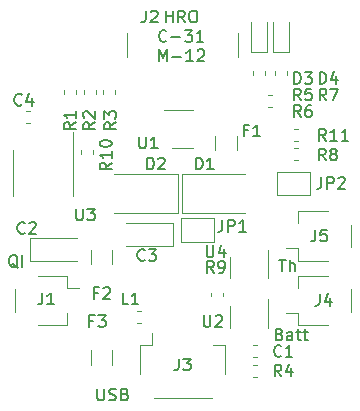
<source format=gbr>
G04 #@! TF.GenerationSoftware,KiCad,Pcbnew,(5.1.5)-3*
G04 #@! TF.CreationDate,2020-04-27T23:25:01+02:00*
G04 #@! TF.ProjectId,unified-usb-pcb_batt,756e6966-6965-4642-9d75-73622d706362,rev?*
G04 #@! TF.SameCoordinates,Original*
G04 #@! TF.FileFunction,Legend,Top*
G04 #@! TF.FilePolarity,Positive*
%FSLAX46Y46*%
G04 Gerber Fmt 4.6, Leading zero omitted, Abs format (unit mm)*
G04 Created by KiCad (PCBNEW (5.1.5)-3) date 2020-04-27 23:25:01*
%MOMM*%
%LPD*%
G04 APERTURE LIST*
%ADD10C,0.150000*%
%ADD11C,0.120000*%
G04 APERTURE END LIST*
D10*
X23528495Y-51903380D02*
X23528495Y-52712904D01*
X23576114Y-52808142D01*
X23623733Y-52855761D01*
X23718971Y-52903380D01*
X23909447Y-52903380D01*
X24004685Y-52855761D01*
X24052304Y-52808142D01*
X24099923Y-52712904D01*
X24099923Y-51903380D01*
X24528495Y-52855761D02*
X24671352Y-52903380D01*
X24909447Y-52903380D01*
X25004685Y-52855761D01*
X25052304Y-52808142D01*
X25099923Y-52712904D01*
X25099923Y-52617666D01*
X25052304Y-52522428D01*
X25004685Y-52474809D01*
X24909447Y-52427190D01*
X24718971Y-52379571D01*
X24623733Y-52331952D01*
X24576114Y-52284333D01*
X24528495Y-52189095D01*
X24528495Y-52093857D01*
X24576114Y-51998619D01*
X24623733Y-51951000D01*
X24718971Y-51903380D01*
X24957066Y-51903380D01*
X25099923Y-51951000D01*
X25861828Y-52379571D02*
X26004685Y-52427190D01*
X26052304Y-52474809D01*
X26099923Y-52570047D01*
X26099923Y-52712904D01*
X26052304Y-52808142D01*
X26004685Y-52855761D01*
X25909447Y-52903380D01*
X25528495Y-52903380D01*
X25528495Y-51903380D01*
X25861828Y-51903380D01*
X25957066Y-51951000D01*
X26004685Y-51998619D01*
X26052304Y-52093857D01*
X26052304Y-52189095D01*
X26004685Y-52284333D01*
X25957066Y-52331952D01*
X25861828Y-52379571D01*
X25528495Y-52379571D01*
X38951019Y-47299571D02*
X39093876Y-47347190D01*
X39141495Y-47394809D01*
X39189114Y-47490047D01*
X39189114Y-47632904D01*
X39141495Y-47728142D01*
X39093876Y-47775761D01*
X38998638Y-47823380D01*
X38617685Y-47823380D01*
X38617685Y-46823380D01*
X38951019Y-46823380D01*
X39046257Y-46871000D01*
X39093876Y-46918619D01*
X39141495Y-47013857D01*
X39141495Y-47109095D01*
X39093876Y-47204333D01*
X39046257Y-47251952D01*
X38951019Y-47299571D01*
X38617685Y-47299571D01*
X40046257Y-47823380D02*
X40046257Y-47299571D01*
X39998638Y-47204333D01*
X39903400Y-47156714D01*
X39712923Y-47156714D01*
X39617685Y-47204333D01*
X40046257Y-47775761D02*
X39951019Y-47823380D01*
X39712923Y-47823380D01*
X39617685Y-47775761D01*
X39570066Y-47680523D01*
X39570066Y-47585285D01*
X39617685Y-47490047D01*
X39712923Y-47442428D01*
X39951019Y-47442428D01*
X40046257Y-47394809D01*
X40379590Y-47156714D02*
X40760542Y-47156714D01*
X40522447Y-46823380D02*
X40522447Y-47680523D01*
X40570066Y-47775761D01*
X40665304Y-47823380D01*
X40760542Y-47823380D01*
X40951019Y-47156714D02*
X41331971Y-47156714D01*
X41093876Y-46823380D02*
X41093876Y-47680523D01*
X41141495Y-47775761D01*
X41236733Y-47823380D01*
X41331971Y-47823380D01*
X38911304Y-40981380D02*
X39482733Y-40981380D01*
X39197019Y-41981380D02*
X39197019Y-40981380D01*
X39816066Y-41981380D02*
X39816066Y-40981380D01*
X40244638Y-41981380D02*
X40244638Y-41457571D01*
X40197019Y-41362333D01*
X40101780Y-41314714D01*
X39958923Y-41314714D01*
X39863685Y-41362333D01*
X39816066Y-41409952D01*
X16805257Y-41695619D02*
X16710019Y-41648000D01*
X16614780Y-41552761D01*
X16471923Y-41409904D01*
X16376685Y-41362285D01*
X16281447Y-41362285D01*
X16329066Y-41600380D02*
X16233828Y-41552761D01*
X16138590Y-41457523D01*
X16090971Y-41267047D01*
X16090971Y-40933714D01*
X16138590Y-40743238D01*
X16233828Y-40648000D01*
X16329066Y-40600380D01*
X16519542Y-40600380D01*
X16614780Y-40648000D01*
X16710019Y-40743238D01*
X16757638Y-40933714D01*
X16757638Y-41267047D01*
X16710019Y-41457523D01*
X16614780Y-41552761D01*
X16519542Y-41600380D01*
X16329066Y-41600380D01*
X17186209Y-41600380D02*
X17186209Y-40600380D01*
X29322876Y-20900380D02*
X29322876Y-19900380D01*
X29322876Y-20376571D02*
X29894304Y-20376571D01*
X29894304Y-20900380D02*
X29894304Y-19900380D01*
X30941923Y-20900380D02*
X30608590Y-20424190D01*
X30370495Y-20900380D02*
X30370495Y-19900380D01*
X30751447Y-19900380D01*
X30846685Y-19948000D01*
X30894304Y-19995619D01*
X30941923Y-20090857D01*
X30941923Y-20233714D01*
X30894304Y-20328952D01*
X30846685Y-20376571D01*
X30751447Y-20424190D01*
X30370495Y-20424190D01*
X31560971Y-19900380D02*
X31751447Y-19900380D01*
X31846685Y-19948000D01*
X31941923Y-20043238D01*
X31989542Y-20233714D01*
X31989542Y-20567047D01*
X31941923Y-20757523D01*
X31846685Y-20852761D01*
X31751447Y-20900380D01*
X31560971Y-20900380D01*
X31465733Y-20852761D01*
X31370495Y-20757523D01*
X31322876Y-20567047D01*
X31322876Y-20233714D01*
X31370495Y-20043238D01*
X31465733Y-19948000D01*
X31560971Y-19900380D01*
X29370495Y-22455142D02*
X29322876Y-22502761D01*
X29180019Y-22550380D01*
X29084780Y-22550380D01*
X28941923Y-22502761D01*
X28846685Y-22407523D01*
X28799066Y-22312285D01*
X28751447Y-22121809D01*
X28751447Y-21978952D01*
X28799066Y-21788476D01*
X28846685Y-21693238D01*
X28941923Y-21598000D01*
X29084780Y-21550380D01*
X29180019Y-21550380D01*
X29322876Y-21598000D01*
X29370495Y-21645619D01*
X29799066Y-22169428D02*
X30560971Y-22169428D01*
X30941923Y-21550380D02*
X31560971Y-21550380D01*
X31227638Y-21931333D01*
X31370495Y-21931333D01*
X31465733Y-21978952D01*
X31513352Y-22026571D01*
X31560971Y-22121809D01*
X31560971Y-22359904D01*
X31513352Y-22455142D01*
X31465733Y-22502761D01*
X31370495Y-22550380D01*
X31084780Y-22550380D01*
X30989542Y-22502761D01*
X30941923Y-22455142D01*
X32513352Y-22550380D02*
X31941923Y-22550380D01*
X32227638Y-22550380D02*
X32227638Y-21550380D01*
X32132400Y-21693238D01*
X32037161Y-21788476D01*
X31941923Y-21836095D01*
X28727638Y-24200380D02*
X28727638Y-23200380D01*
X29060971Y-23914666D01*
X29394304Y-23200380D01*
X29394304Y-24200380D01*
X29870495Y-23819428D02*
X30632400Y-23819428D01*
X31632400Y-24200380D02*
X31060971Y-24200380D01*
X31346685Y-24200380D02*
X31346685Y-23200380D01*
X31251447Y-23343238D01*
X31156209Y-23438476D01*
X31060971Y-23486095D01*
X32013352Y-23295619D02*
X32060971Y-23248000D01*
X32156209Y-23200380D01*
X32394304Y-23200380D01*
X32489542Y-23248000D01*
X32537161Y-23295619D01*
X32584780Y-23390857D01*
X32584780Y-23486095D01*
X32537161Y-23628952D01*
X31965733Y-24200380D01*
X32584780Y-24200380D01*
D11*
X41557400Y-35544000D02*
X38757400Y-35544000D01*
X38757400Y-35544000D02*
X38757400Y-33544000D01*
X38757400Y-33544000D02*
X41557400Y-33544000D01*
X41557400Y-33544000D02*
X41557400Y-35544000D01*
X30629400Y-37481000D02*
X33429400Y-37481000D01*
X33429400Y-37481000D02*
X33429400Y-39481000D01*
X33429400Y-39481000D02*
X30629400Y-39481000D01*
X30629400Y-39481000D02*
X30629400Y-37481000D01*
X17515621Y-29466000D02*
X17841179Y-29466000D01*
X17515621Y-28446000D02*
X17841179Y-28446000D01*
X21508400Y-33655000D02*
X21508400Y-30205000D01*
X21508400Y-33655000D02*
X21508400Y-35605000D01*
X16388400Y-33655000D02*
X16388400Y-31705000D01*
X16388400Y-33655000D02*
X16388400Y-35605000D01*
X23204900Y-32039779D02*
X23204900Y-31714221D01*
X22184900Y-32039779D02*
X22184900Y-31714221D01*
X17861400Y-41067000D02*
X21771400Y-41067000D01*
X17861400Y-39197000D02*
X17861400Y-41067000D01*
X21771400Y-39197000D02*
X17861400Y-39197000D01*
X40510679Y-31557500D02*
X40185121Y-31557500D01*
X40510679Y-32577500D02*
X40185121Y-32577500D01*
X40185121Y-30990000D02*
X40510679Y-30990000D01*
X40185121Y-29970000D02*
X40510679Y-29970000D01*
X36692621Y-49278000D02*
X37018179Y-49278000D01*
X36692621Y-48258000D02*
X37018179Y-48258000D01*
X37018179Y-49909000D02*
X36692621Y-49909000D01*
X37018179Y-50929000D02*
X36692621Y-50929000D01*
X37957400Y-46747000D02*
X37957400Y-44297000D01*
X34737400Y-44947000D02*
X34737400Y-46747000D01*
X26059400Y-23838000D02*
X26059400Y-21838000D01*
X35459400Y-23838000D02*
X35459400Y-21838000D01*
X26913621Y-46357000D02*
X27239179Y-46357000D01*
X26913621Y-45337000D02*
X27239179Y-45337000D01*
X31659400Y-28362000D02*
X29209400Y-28362000D01*
X29859400Y-31582000D02*
X31659400Y-31582000D01*
X28319400Y-52673000D02*
X33199400Y-52673000D01*
X34369400Y-48203000D02*
X33319400Y-48203000D01*
X34369400Y-50703000D02*
X34369400Y-48203000D01*
X28199400Y-48203000D02*
X28199400Y-47213000D01*
X27149400Y-48203000D02*
X28199400Y-48203000D01*
X27149400Y-50703000D02*
X27149400Y-48203000D01*
X33170400Y-43779221D02*
X33170400Y-44104779D01*
X34190400Y-43779221D02*
X34190400Y-44104779D01*
X45001400Y-39929000D02*
X45001400Y-38049000D01*
X40531400Y-36879000D02*
X40531400Y-37929000D01*
X43031400Y-36879000D02*
X40531400Y-36879000D01*
X40531400Y-40049000D02*
X39541400Y-40049000D01*
X40531400Y-41099000D02*
X40531400Y-40049000D01*
X43031400Y-41099000D02*
X40531400Y-41099000D01*
X37969400Y-42588000D02*
X37969400Y-40138000D01*
X34749400Y-40788000D02*
X34749400Y-42588000D01*
X30349400Y-37083000D02*
X24949400Y-37083000D01*
X30349400Y-33783000D02*
X24949400Y-33783000D01*
X30349400Y-37083000D02*
X30349400Y-33783000D01*
X16517400Y-43510000D02*
X16517400Y-45390000D01*
X20987400Y-46560000D02*
X20987400Y-45510000D01*
X18487400Y-46560000D02*
X20987400Y-46560000D01*
X20987400Y-43390000D02*
X21977400Y-43390000D01*
X20987400Y-42340000D02*
X20987400Y-43390000D01*
X18487400Y-42340000D02*
X20987400Y-42340000D01*
X21744400Y-26934379D02*
X21744400Y-26608821D01*
X20724400Y-26934379D02*
X20724400Y-26608821D01*
X23395400Y-26934379D02*
X23395400Y-26608821D01*
X22375400Y-26934379D02*
X22375400Y-26608821D01*
X39613300Y-25334179D02*
X39613300Y-25008621D01*
X38593300Y-25334179D02*
X38593300Y-25008621D01*
X38338979Y-27074400D02*
X38013421Y-27074400D01*
X38338979Y-28094400D02*
X38013421Y-28094400D01*
X37708300Y-25334179D02*
X37708300Y-25008621D01*
X36688300Y-25334179D02*
X36688300Y-25008621D01*
X25046400Y-26934379D02*
X25046400Y-26608821D01*
X24026400Y-26934379D02*
X24026400Y-26608821D01*
X45001400Y-45390000D02*
X45001400Y-43510000D01*
X40531400Y-42340000D02*
X40531400Y-43390000D01*
X43031400Y-42340000D02*
X40531400Y-42340000D01*
X40531400Y-45510000D02*
X39541400Y-45510000D01*
X40531400Y-46560000D02*
X40531400Y-45510000D01*
X43031400Y-46560000D02*
X40531400Y-46560000D01*
X22991400Y-48673936D02*
X22991400Y-49878064D01*
X24811400Y-48673936D02*
X24811400Y-49878064D01*
X22991400Y-40164936D02*
X22991400Y-41369064D01*
X24811400Y-40164936D02*
X24811400Y-41369064D01*
X35352400Y-31717064D02*
X35352400Y-30512936D01*
X33532400Y-31717064D02*
X33532400Y-30512936D01*
X39788300Y-23376600D02*
X39788300Y-20891600D01*
X38418300Y-23376600D02*
X39788300Y-23376600D01*
X38418300Y-20891600D02*
X38418300Y-23376600D01*
X37883300Y-23376600D02*
X37883300Y-20891600D01*
X36513300Y-23376600D02*
X37883300Y-23376600D01*
X36513300Y-20891600D02*
X36513300Y-23376600D01*
X30661400Y-33783000D02*
X36061400Y-33783000D01*
X30661400Y-37083000D02*
X36061400Y-37083000D01*
X30661400Y-33783000D02*
X30661400Y-37083000D01*
X29894400Y-37927000D02*
X25984400Y-37927000D01*
X29894400Y-39797000D02*
X29894400Y-37927000D01*
X25984400Y-39797000D02*
X29894400Y-39797000D01*
D10*
X42499066Y-33996380D02*
X42499066Y-34710666D01*
X42451447Y-34853523D01*
X42356209Y-34948761D01*
X42213352Y-34996380D01*
X42118114Y-34996380D01*
X42975257Y-34996380D02*
X42975257Y-33996380D01*
X43356209Y-33996380D01*
X43451447Y-34044000D01*
X43499066Y-34091619D01*
X43546685Y-34186857D01*
X43546685Y-34329714D01*
X43499066Y-34424952D01*
X43451447Y-34472571D01*
X43356209Y-34520190D01*
X42975257Y-34520190D01*
X43927638Y-34091619D02*
X43975257Y-34044000D01*
X44070495Y-33996380D01*
X44308590Y-33996380D01*
X44403828Y-34044000D01*
X44451447Y-34091619D01*
X44499066Y-34186857D01*
X44499066Y-34282095D01*
X44451447Y-34424952D01*
X43880019Y-34996380D01*
X44499066Y-34996380D01*
X34117066Y-37615880D02*
X34117066Y-38330166D01*
X34069447Y-38473023D01*
X33974209Y-38568261D01*
X33831352Y-38615880D01*
X33736114Y-38615880D01*
X34593257Y-38615880D02*
X34593257Y-37615880D01*
X34974209Y-37615880D01*
X35069447Y-37663500D01*
X35117066Y-37711119D01*
X35164685Y-37806357D01*
X35164685Y-37949214D01*
X35117066Y-38044452D01*
X35069447Y-38092071D01*
X34974209Y-38139690D01*
X34593257Y-38139690D01*
X36117066Y-38615880D02*
X35545638Y-38615880D01*
X35831352Y-38615880D02*
X35831352Y-37615880D01*
X35736114Y-37758738D01*
X35640876Y-37853976D01*
X35545638Y-37901595D01*
X17130733Y-27852642D02*
X17083114Y-27900261D01*
X16940257Y-27947880D01*
X16845019Y-27947880D01*
X16702161Y-27900261D01*
X16606923Y-27805023D01*
X16559304Y-27709785D01*
X16511685Y-27519309D01*
X16511685Y-27376452D01*
X16559304Y-27185976D01*
X16606923Y-27090738D01*
X16702161Y-26995500D01*
X16845019Y-26947880D01*
X16940257Y-26947880D01*
X17083114Y-26995500D01*
X17130733Y-27043119D01*
X17987876Y-27281214D02*
X17987876Y-27947880D01*
X17749780Y-26900261D02*
X17511685Y-27614547D01*
X18130733Y-27614547D01*
X21742495Y-36663380D02*
X21742495Y-37472904D01*
X21790114Y-37568142D01*
X21837733Y-37615761D01*
X21932971Y-37663380D01*
X22123447Y-37663380D01*
X22218685Y-37615761D01*
X22266304Y-37568142D01*
X22313923Y-37472904D01*
X22313923Y-36663380D01*
X22694876Y-36663380D02*
X23313923Y-36663380D01*
X22980590Y-37044333D01*
X23123447Y-37044333D01*
X23218685Y-37091952D01*
X23266304Y-37139571D01*
X23313923Y-37234809D01*
X23313923Y-37472904D01*
X23266304Y-37568142D01*
X23218685Y-37615761D01*
X23123447Y-37663380D01*
X22837733Y-37663380D01*
X22742495Y-37615761D01*
X22694876Y-37568142D01*
X24734780Y-32773857D02*
X24258590Y-33107190D01*
X24734780Y-33345285D02*
X23734780Y-33345285D01*
X23734780Y-32964333D01*
X23782400Y-32869095D01*
X23830019Y-32821476D01*
X23925257Y-32773857D01*
X24068114Y-32773857D01*
X24163352Y-32821476D01*
X24210971Y-32869095D01*
X24258590Y-32964333D01*
X24258590Y-33345285D01*
X24734780Y-31821476D02*
X24734780Y-32392904D01*
X24734780Y-32107190D02*
X23734780Y-32107190D01*
X23877638Y-32202428D01*
X23972876Y-32297666D01*
X24020495Y-32392904D01*
X23734780Y-31202428D02*
X23734780Y-31107190D01*
X23782400Y-31011952D01*
X23830019Y-30964333D01*
X23925257Y-30916714D01*
X24115733Y-30869095D01*
X24353828Y-30869095D01*
X24544304Y-30916714D01*
X24639542Y-30964333D01*
X24687161Y-31011952D01*
X24734780Y-31107190D01*
X24734780Y-31202428D01*
X24687161Y-31297666D01*
X24639542Y-31345285D01*
X24544304Y-31392904D01*
X24353828Y-31440523D01*
X24115733Y-31440523D01*
X23925257Y-31392904D01*
X23830019Y-31345285D01*
X23782400Y-31297666D01*
X23734780Y-31202428D01*
X17384733Y-38711142D02*
X17337114Y-38758761D01*
X17194257Y-38806380D01*
X17099019Y-38806380D01*
X16956161Y-38758761D01*
X16860923Y-38663523D01*
X16813304Y-38568285D01*
X16765685Y-38377809D01*
X16765685Y-38234952D01*
X16813304Y-38044476D01*
X16860923Y-37949238D01*
X16956161Y-37854000D01*
X17099019Y-37806380D01*
X17194257Y-37806380D01*
X17337114Y-37854000D01*
X17384733Y-37901619D01*
X17765685Y-37901619D02*
X17813304Y-37854000D01*
X17908542Y-37806380D01*
X18146638Y-37806380D01*
X18241876Y-37854000D01*
X18289495Y-37901619D01*
X18337114Y-37996857D01*
X18337114Y-38092095D01*
X18289495Y-38234952D01*
X17718066Y-38806380D01*
X18337114Y-38806380D01*
X42848233Y-32583380D02*
X42514900Y-32107190D01*
X42276804Y-32583380D02*
X42276804Y-31583380D01*
X42657757Y-31583380D01*
X42752995Y-31631000D01*
X42800614Y-31678619D01*
X42848233Y-31773857D01*
X42848233Y-31916714D01*
X42800614Y-32011952D01*
X42752995Y-32059571D01*
X42657757Y-32107190D01*
X42276804Y-32107190D01*
X43419661Y-32011952D02*
X43324423Y-31964333D01*
X43276804Y-31916714D01*
X43229185Y-31821476D01*
X43229185Y-31773857D01*
X43276804Y-31678619D01*
X43324423Y-31631000D01*
X43419661Y-31583380D01*
X43610138Y-31583380D01*
X43705376Y-31631000D01*
X43752995Y-31678619D01*
X43800614Y-31773857D01*
X43800614Y-31821476D01*
X43752995Y-31916714D01*
X43705376Y-31964333D01*
X43610138Y-32011952D01*
X43419661Y-32011952D01*
X43324423Y-32059571D01*
X43276804Y-32107190D01*
X43229185Y-32202428D01*
X43229185Y-32392904D01*
X43276804Y-32488142D01*
X43324423Y-32535761D01*
X43419661Y-32583380D01*
X43610138Y-32583380D01*
X43705376Y-32535761D01*
X43752995Y-32488142D01*
X43800614Y-32392904D01*
X43800614Y-32202428D01*
X43752995Y-32107190D01*
X43705376Y-32059571D01*
X43610138Y-32011952D01*
X42880042Y-30932380D02*
X42546709Y-30456190D01*
X42308614Y-30932380D02*
X42308614Y-29932380D01*
X42689566Y-29932380D01*
X42784804Y-29980000D01*
X42832423Y-30027619D01*
X42880042Y-30122857D01*
X42880042Y-30265714D01*
X42832423Y-30360952D01*
X42784804Y-30408571D01*
X42689566Y-30456190D01*
X42308614Y-30456190D01*
X43832423Y-30932380D02*
X43260995Y-30932380D01*
X43546709Y-30932380D02*
X43546709Y-29932380D01*
X43451471Y-30075238D01*
X43356233Y-30170476D01*
X43260995Y-30218095D01*
X44784804Y-30932380D02*
X44213376Y-30932380D01*
X44499090Y-30932380D02*
X44499090Y-29932380D01*
X44403852Y-30075238D01*
X44308614Y-30170476D01*
X44213376Y-30218095D01*
X39101733Y-49125142D02*
X39054114Y-49172761D01*
X38911257Y-49220380D01*
X38816019Y-49220380D01*
X38673161Y-49172761D01*
X38577923Y-49077523D01*
X38530304Y-48982285D01*
X38482685Y-48791809D01*
X38482685Y-48648952D01*
X38530304Y-48458476D01*
X38577923Y-48363238D01*
X38673161Y-48268000D01*
X38816019Y-48220380D01*
X38911257Y-48220380D01*
X39054114Y-48268000D01*
X39101733Y-48315619D01*
X40054114Y-49220380D02*
X39482685Y-49220380D01*
X39768400Y-49220380D02*
X39768400Y-48220380D01*
X39673161Y-48363238D01*
X39577923Y-48458476D01*
X39482685Y-48506095D01*
X39101733Y-50871380D02*
X38768400Y-50395190D01*
X38530304Y-50871380D02*
X38530304Y-49871380D01*
X38911257Y-49871380D01*
X39006495Y-49919000D01*
X39054114Y-49966619D01*
X39101733Y-50061857D01*
X39101733Y-50204714D01*
X39054114Y-50299952D01*
X39006495Y-50347571D01*
X38911257Y-50395190D01*
X38530304Y-50395190D01*
X39958876Y-50204714D02*
X39958876Y-50871380D01*
X39720780Y-49823761D02*
X39482685Y-50538047D01*
X40101733Y-50538047D01*
X32537495Y-45680380D02*
X32537495Y-46489904D01*
X32585114Y-46585142D01*
X32632733Y-46632761D01*
X32727971Y-46680380D01*
X32918447Y-46680380D01*
X33013685Y-46632761D01*
X33061304Y-46585142D01*
X33108923Y-46489904D01*
X33108923Y-45680380D01*
X33537495Y-45775619D02*
X33585114Y-45728000D01*
X33680352Y-45680380D01*
X33918447Y-45680380D01*
X34013685Y-45728000D01*
X34061304Y-45775619D01*
X34108923Y-45870857D01*
X34108923Y-45966095D01*
X34061304Y-46108952D01*
X33489876Y-46680380D01*
X34108923Y-46680380D01*
X27632066Y-19899380D02*
X27632066Y-20613666D01*
X27584447Y-20756523D01*
X27489209Y-20851761D01*
X27346352Y-20899380D01*
X27251114Y-20899380D01*
X28060638Y-19994619D02*
X28108257Y-19947000D01*
X28203495Y-19899380D01*
X28441590Y-19899380D01*
X28536828Y-19947000D01*
X28584447Y-19994619D01*
X28632066Y-20089857D01*
X28632066Y-20185095D01*
X28584447Y-20327952D01*
X28013019Y-20899380D01*
X28632066Y-20899380D01*
X26147733Y-44775380D02*
X25671542Y-44775380D01*
X25671542Y-43775380D01*
X27004876Y-44775380D02*
X26433447Y-44775380D01*
X26719161Y-44775380D02*
X26719161Y-43775380D01*
X26623923Y-43918238D01*
X26528685Y-44013476D01*
X26433447Y-44061095D01*
X27076495Y-30567380D02*
X27076495Y-31376904D01*
X27124114Y-31472142D01*
X27171733Y-31519761D01*
X27266971Y-31567380D01*
X27457447Y-31567380D01*
X27552685Y-31519761D01*
X27600304Y-31472142D01*
X27647923Y-31376904D01*
X27647923Y-30567380D01*
X28647923Y-31567380D02*
X28076495Y-31567380D01*
X28362209Y-31567380D02*
X28362209Y-30567380D01*
X28266971Y-30710238D01*
X28171733Y-30805476D01*
X28076495Y-30853095D01*
X30426066Y-49363380D02*
X30426066Y-50077666D01*
X30378447Y-50220523D01*
X30283209Y-50315761D01*
X30140352Y-50363380D01*
X30045114Y-50363380D01*
X30807019Y-49363380D02*
X31426066Y-49363380D01*
X31092733Y-49744333D01*
X31235590Y-49744333D01*
X31330828Y-49791952D01*
X31378447Y-49839571D01*
X31426066Y-49934809D01*
X31426066Y-50172904D01*
X31378447Y-50268142D01*
X31330828Y-50315761D01*
X31235590Y-50363380D01*
X30949876Y-50363380D01*
X30854638Y-50315761D01*
X30807019Y-50268142D01*
X33386733Y-42108380D02*
X33053400Y-41632190D01*
X32815304Y-42108380D02*
X32815304Y-41108380D01*
X33196257Y-41108380D01*
X33291495Y-41156000D01*
X33339114Y-41203619D01*
X33386733Y-41298857D01*
X33386733Y-41441714D01*
X33339114Y-41536952D01*
X33291495Y-41584571D01*
X33196257Y-41632190D01*
X32815304Y-41632190D01*
X33862923Y-42108380D02*
X34053400Y-42108380D01*
X34148638Y-42060761D01*
X34196257Y-42013142D01*
X34291495Y-41870285D01*
X34339114Y-41679809D01*
X34339114Y-41298857D01*
X34291495Y-41203619D01*
X34243876Y-41156000D01*
X34148638Y-41108380D01*
X33958161Y-41108380D01*
X33862923Y-41156000D01*
X33815304Y-41203619D01*
X33767685Y-41298857D01*
X33767685Y-41536952D01*
X33815304Y-41632190D01*
X33862923Y-41679809D01*
X33958161Y-41727428D01*
X34148638Y-41727428D01*
X34243876Y-41679809D01*
X34291495Y-41632190D01*
X34339114Y-41536952D01*
X41983066Y-38441380D02*
X41983066Y-39155666D01*
X41935447Y-39298523D01*
X41840209Y-39393761D01*
X41697352Y-39441380D01*
X41602114Y-39441380D01*
X42935447Y-38441380D02*
X42459257Y-38441380D01*
X42411638Y-38917571D01*
X42459257Y-38869952D01*
X42554495Y-38822333D01*
X42792590Y-38822333D01*
X42887828Y-38869952D01*
X42935447Y-38917571D01*
X42983066Y-39012809D01*
X42983066Y-39250904D01*
X42935447Y-39346142D01*
X42887828Y-39393761D01*
X42792590Y-39441380D01*
X42554495Y-39441380D01*
X42459257Y-39393761D01*
X42411638Y-39346142D01*
X32791495Y-39774880D02*
X32791495Y-40584404D01*
X32839114Y-40679642D01*
X32886733Y-40727261D01*
X32981971Y-40774880D01*
X33172447Y-40774880D01*
X33267685Y-40727261D01*
X33315304Y-40679642D01*
X33362923Y-40584404D01*
X33362923Y-39774880D01*
X34267685Y-40108214D02*
X34267685Y-40774880D01*
X34029590Y-39727261D02*
X33791495Y-40441547D01*
X34410542Y-40441547D01*
X27735304Y-33345380D02*
X27735304Y-32345380D01*
X27973400Y-32345380D01*
X28116257Y-32393000D01*
X28211495Y-32488238D01*
X28259114Y-32583476D01*
X28306733Y-32773952D01*
X28306733Y-32916809D01*
X28259114Y-33107285D01*
X28211495Y-33202523D01*
X28116257Y-33297761D01*
X27973400Y-33345380D01*
X27735304Y-33345380D01*
X28687685Y-32440619D02*
X28735304Y-32393000D01*
X28830542Y-32345380D01*
X29068638Y-32345380D01*
X29163876Y-32393000D01*
X29211495Y-32440619D01*
X29259114Y-32535857D01*
X29259114Y-32631095D01*
X29211495Y-32773952D01*
X28640066Y-33345380D01*
X29259114Y-33345380D01*
X18869066Y-43775380D02*
X18869066Y-44489666D01*
X18821447Y-44632523D01*
X18726209Y-44727761D01*
X18583352Y-44775380D01*
X18488114Y-44775380D01*
X19869066Y-44775380D02*
X19297638Y-44775380D01*
X19583352Y-44775380D02*
X19583352Y-43775380D01*
X19488114Y-43918238D01*
X19392876Y-44013476D01*
X19297638Y-44061095D01*
X21686780Y-29376666D02*
X21210590Y-29710000D01*
X21686780Y-29948095D02*
X20686780Y-29948095D01*
X20686780Y-29567142D01*
X20734400Y-29471904D01*
X20782019Y-29424285D01*
X20877257Y-29376666D01*
X21020114Y-29376666D01*
X21115352Y-29424285D01*
X21162971Y-29471904D01*
X21210590Y-29567142D01*
X21210590Y-29948095D01*
X21686780Y-28424285D02*
X21686780Y-28995714D01*
X21686780Y-28710000D02*
X20686780Y-28710000D01*
X20829638Y-28805238D01*
X20924876Y-28900476D01*
X20972495Y-28995714D01*
X23337780Y-29376666D02*
X22861590Y-29710000D01*
X23337780Y-29948095D02*
X22337780Y-29948095D01*
X22337780Y-29567142D01*
X22385400Y-29471904D01*
X22433019Y-29424285D01*
X22528257Y-29376666D01*
X22671114Y-29376666D01*
X22766352Y-29424285D01*
X22813971Y-29471904D01*
X22861590Y-29567142D01*
X22861590Y-29948095D01*
X22433019Y-28995714D02*
X22385400Y-28948095D01*
X22337780Y-28852857D01*
X22337780Y-28614761D01*
X22385400Y-28519523D01*
X22433019Y-28471904D01*
X22528257Y-28424285D01*
X22623495Y-28424285D01*
X22766352Y-28471904D01*
X23337780Y-29043333D01*
X23337780Y-28424285D01*
X42911733Y-27503380D02*
X42578400Y-27027190D01*
X42340304Y-27503380D02*
X42340304Y-26503380D01*
X42721257Y-26503380D01*
X42816495Y-26551000D01*
X42864114Y-26598619D01*
X42911733Y-26693857D01*
X42911733Y-26836714D01*
X42864114Y-26931952D01*
X42816495Y-26979571D01*
X42721257Y-27027190D01*
X42340304Y-27027190D01*
X43245066Y-26503380D02*
X43911733Y-26503380D01*
X43483161Y-27503380D01*
X40752733Y-28900380D02*
X40419400Y-28424190D01*
X40181304Y-28900380D02*
X40181304Y-27900380D01*
X40562257Y-27900380D01*
X40657495Y-27948000D01*
X40705114Y-27995619D01*
X40752733Y-28090857D01*
X40752733Y-28233714D01*
X40705114Y-28328952D01*
X40657495Y-28376571D01*
X40562257Y-28424190D01*
X40181304Y-28424190D01*
X41609876Y-27900380D02*
X41419400Y-27900380D01*
X41324161Y-27948000D01*
X41276542Y-27995619D01*
X41181304Y-28138476D01*
X41133685Y-28328952D01*
X41133685Y-28709904D01*
X41181304Y-28805142D01*
X41228923Y-28852761D01*
X41324161Y-28900380D01*
X41514638Y-28900380D01*
X41609876Y-28852761D01*
X41657495Y-28805142D01*
X41705114Y-28709904D01*
X41705114Y-28471809D01*
X41657495Y-28376571D01*
X41609876Y-28328952D01*
X41514638Y-28281333D01*
X41324161Y-28281333D01*
X41228923Y-28328952D01*
X41181304Y-28376571D01*
X41133685Y-28471809D01*
X40752733Y-27503380D02*
X40419400Y-27027190D01*
X40181304Y-27503380D02*
X40181304Y-26503380D01*
X40562257Y-26503380D01*
X40657495Y-26551000D01*
X40705114Y-26598619D01*
X40752733Y-26693857D01*
X40752733Y-26836714D01*
X40705114Y-26931952D01*
X40657495Y-26979571D01*
X40562257Y-27027190D01*
X40181304Y-27027190D01*
X41657495Y-26503380D02*
X41181304Y-26503380D01*
X41133685Y-26979571D01*
X41181304Y-26931952D01*
X41276542Y-26884333D01*
X41514638Y-26884333D01*
X41609876Y-26931952D01*
X41657495Y-26979571D01*
X41705114Y-27074809D01*
X41705114Y-27312904D01*
X41657495Y-27408142D01*
X41609876Y-27455761D01*
X41514638Y-27503380D01*
X41276542Y-27503380D01*
X41181304Y-27455761D01*
X41133685Y-27408142D01*
X25115780Y-29376666D02*
X24639590Y-29710000D01*
X25115780Y-29948095D02*
X24115780Y-29948095D01*
X24115780Y-29567142D01*
X24163400Y-29471904D01*
X24211019Y-29424285D01*
X24306257Y-29376666D01*
X24449114Y-29376666D01*
X24544352Y-29424285D01*
X24591971Y-29471904D01*
X24639590Y-29567142D01*
X24639590Y-29948095D01*
X24115780Y-29043333D02*
X24115780Y-28424285D01*
X24496733Y-28757619D01*
X24496733Y-28614761D01*
X24544352Y-28519523D01*
X24591971Y-28471904D01*
X24687209Y-28424285D01*
X24925304Y-28424285D01*
X25020542Y-28471904D01*
X25068161Y-28519523D01*
X25115780Y-28614761D01*
X25115780Y-28900476D01*
X25068161Y-28995714D01*
X25020542Y-29043333D01*
X42364066Y-43902380D02*
X42364066Y-44616666D01*
X42316447Y-44759523D01*
X42221209Y-44854761D01*
X42078352Y-44902380D01*
X41983114Y-44902380D01*
X43268828Y-44235714D02*
X43268828Y-44902380D01*
X43030733Y-43854761D02*
X42792638Y-44569047D01*
X43411685Y-44569047D01*
X23187066Y-46156571D02*
X22853733Y-46156571D01*
X22853733Y-46680380D02*
X22853733Y-45680380D01*
X23329923Y-45680380D01*
X23615638Y-45680380D02*
X24234685Y-45680380D01*
X23901352Y-46061333D01*
X24044209Y-46061333D01*
X24139447Y-46108952D01*
X24187066Y-46156571D01*
X24234685Y-46251809D01*
X24234685Y-46489904D01*
X24187066Y-46585142D01*
X24139447Y-46632761D01*
X24044209Y-46680380D01*
X23758495Y-46680380D01*
X23663257Y-46632761D01*
X23615638Y-46585142D01*
X23568066Y-43807071D02*
X23234733Y-43807071D01*
X23234733Y-44330880D02*
X23234733Y-43330880D01*
X23710923Y-43330880D01*
X24044257Y-43426119D02*
X24091876Y-43378500D01*
X24187114Y-43330880D01*
X24425209Y-43330880D01*
X24520447Y-43378500D01*
X24568066Y-43426119D01*
X24615685Y-43521357D01*
X24615685Y-43616595D01*
X24568066Y-43759452D01*
X23996638Y-44330880D01*
X24615685Y-44330880D01*
X36268066Y-30027571D02*
X35934733Y-30027571D01*
X35934733Y-30551380D02*
X35934733Y-29551380D01*
X36410923Y-29551380D01*
X37315685Y-30551380D02*
X36744257Y-30551380D01*
X37029971Y-30551380D02*
X37029971Y-29551380D01*
X36934733Y-29694238D01*
X36839495Y-29789476D01*
X36744257Y-29837095D01*
X42340304Y-26106380D02*
X42340304Y-25106380D01*
X42578400Y-25106380D01*
X42721257Y-25154000D01*
X42816495Y-25249238D01*
X42864114Y-25344476D01*
X42911733Y-25534952D01*
X42911733Y-25677809D01*
X42864114Y-25868285D01*
X42816495Y-25963523D01*
X42721257Y-26058761D01*
X42578400Y-26106380D01*
X42340304Y-26106380D01*
X43768876Y-25439714D02*
X43768876Y-26106380D01*
X43530780Y-25058761D02*
X43292685Y-25773047D01*
X43911733Y-25773047D01*
X40181304Y-26106380D02*
X40181304Y-25106380D01*
X40419400Y-25106380D01*
X40562257Y-25154000D01*
X40657495Y-25249238D01*
X40705114Y-25344476D01*
X40752733Y-25534952D01*
X40752733Y-25677809D01*
X40705114Y-25868285D01*
X40657495Y-25963523D01*
X40562257Y-26058761D01*
X40419400Y-26106380D01*
X40181304Y-26106380D01*
X41086066Y-25106380D02*
X41705114Y-25106380D01*
X41371780Y-25487333D01*
X41514638Y-25487333D01*
X41609876Y-25534952D01*
X41657495Y-25582571D01*
X41705114Y-25677809D01*
X41705114Y-25915904D01*
X41657495Y-26011142D01*
X41609876Y-26058761D01*
X41514638Y-26106380D01*
X41228923Y-26106380D01*
X41133685Y-26058761D01*
X41086066Y-26011142D01*
X31862804Y-33345380D02*
X31862804Y-32345380D01*
X32100900Y-32345380D01*
X32243757Y-32393000D01*
X32338995Y-32488238D01*
X32386614Y-32583476D01*
X32434233Y-32773952D01*
X32434233Y-32916809D01*
X32386614Y-33107285D01*
X32338995Y-33202523D01*
X32243757Y-33297761D01*
X32100900Y-33345380D01*
X31862804Y-33345380D01*
X33386614Y-33345380D02*
X32815185Y-33345380D01*
X33100900Y-33345380D02*
X33100900Y-32345380D01*
X33005661Y-32488238D01*
X32910423Y-32583476D01*
X32815185Y-32631095D01*
X27544733Y-40997142D02*
X27497114Y-41044761D01*
X27354257Y-41092380D01*
X27259019Y-41092380D01*
X27116161Y-41044761D01*
X27020923Y-40949523D01*
X26973304Y-40854285D01*
X26925685Y-40663809D01*
X26925685Y-40520952D01*
X26973304Y-40330476D01*
X27020923Y-40235238D01*
X27116161Y-40140000D01*
X27259019Y-40092380D01*
X27354257Y-40092380D01*
X27497114Y-40140000D01*
X27544733Y-40187619D01*
X27878066Y-40092380D02*
X28497114Y-40092380D01*
X28163780Y-40473333D01*
X28306638Y-40473333D01*
X28401876Y-40520952D01*
X28449495Y-40568571D01*
X28497114Y-40663809D01*
X28497114Y-40901904D01*
X28449495Y-40997142D01*
X28401876Y-41044761D01*
X28306638Y-41092380D01*
X28020923Y-41092380D01*
X27925685Y-41044761D01*
X27878066Y-40997142D01*
M02*

</source>
